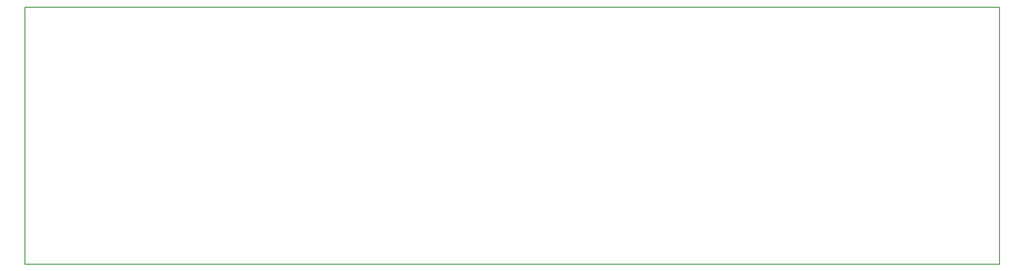
<source format=gm1>
G04 #@! TF.GenerationSoftware,KiCad,Pcbnew,8.0.7*
G04 #@! TF.CreationDate,2025-06-17T21:45:10-04:00*
G04 #@! TF.ProjectId,ESP32_MIDI_Summer25_GTR.kicad_pro,45535033-325f-44d4-9944-495f53756d6d,rev?*
G04 #@! TF.SameCoordinates,Original*
G04 #@! TF.FileFunction,Profile,NP*
%FSLAX46Y46*%
G04 Gerber Fmt 4.6, Leading zero omitted, Abs format (unit mm)*
G04 Created by KiCad (PCBNEW 8.0.7) date 2025-06-17 21:45:10*
%MOMM*%
%LPD*%
G01*
G04 APERTURE LIST*
G04 #@! TA.AperFunction,Profile*
%ADD10C,0.200000*%
G04 #@! TD*
G04 APERTURE END LIST*
D10*
X44000000Y-70000000D02*
X226000000Y-70000000D01*
X226000000Y-118000000D01*
X44000000Y-118000000D01*
X44000000Y-70000000D01*
M02*

</source>
